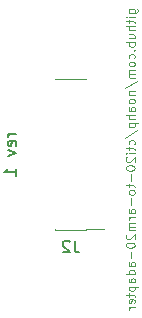
<source format=gbr>
%TF.GenerationSoftware,KiCad,Pcbnew,6.0.7-f9a2dced07~116~ubuntu22.04.1*%
%TF.CreationDate,2022-09-09T11:06:50-04:00*%
%TF.ProjectId,cti20-to-arm20-adapter,63746932-302d-4746-9f2d-61726d32302d,rev?*%
%TF.SameCoordinates,Original*%
%TF.FileFunction,Legend,Bot*%
%TF.FilePolarity,Positive*%
%FSLAX46Y46*%
G04 Gerber Fmt 4.6, Leading zero omitted, Abs format (unit mm)*
G04 Created by KiCad (PCBNEW 6.0.7-f9a2dced07~116~ubuntu22.04.1) date 2022-09-09 11:06:50*
%MOMM*%
%LPD*%
G01*
G04 APERTURE LIST*
%ADD10C,0.150000*%
%ADD11C,0.120000*%
G04 APERTURE END LIST*
D10*
X101544380Y-82081904D02*
X100877714Y-82081904D01*
X101068190Y-82081904D02*
X100972952Y-82129523D01*
X100925333Y-82177142D01*
X100877714Y-82272380D01*
X100877714Y-82367619D01*
X101496761Y-83081904D02*
X101544380Y-82986666D01*
X101544380Y-82796190D01*
X101496761Y-82700952D01*
X101401523Y-82653333D01*
X101020571Y-82653333D01*
X100925333Y-82700952D01*
X100877714Y-82796190D01*
X100877714Y-82986666D01*
X100925333Y-83081904D01*
X101020571Y-83129523D01*
X101115809Y-83129523D01*
X101211047Y-82653333D01*
X100877714Y-83462857D02*
X101544380Y-83700952D01*
X100877714Y-83939047D01*
X101544380Y-85605714D02*
X101544380Y-85034285D01*
X101544380Y-85320000D02*
X100544380Y-85320000D01*
X100687238Y-85224761D01*
X100782476Y-85129523D01*
X100830095Y-85034285D01*
D11*
X111091285Y-71825000D02*
X111698428Y-71825000D01*
X111769857Y-71789285D01*
X111805571Y-71753571D01*
X111841285Y-71682142D01*
X111841285Y-71575000D01*
X111805571Y-71503571D01*
X111555571Y-71825000D02*
X111591285Y-71753571D01*
X111591285Y-71610714D01*
X111555571Y-71539285D01*
X111519857Y-71503571D01*
X111448428Y-71467857D01*
X111234142Y-71467857D01*
X111162714Y-71503571D01*
X111127000Y-71539285D01*
X111091285Y-71610714D01*
X111091285Y-71753571D01*
X111127000Y-71825000D01*
X111591285Y-72182142D02*
X111091285Y-72182142D01*
X110841285Y-72182142D02*
X110877000Y-72146428D01*
X110912714Y-72182142D01*
X110877000Y-72217857D01*
X110841285Y-72182142D01*
X110912714Y-72182142D01*
X111091285Y-72432142D02*
X111091285Y-72717857D01*
X110841285Y-72539285D02*
X111484142Y-72539285D01*
X111555571Y-72575000D01*
X111591285Y-72646428D01*
X111591285Y-72717857D01*
X111591285Y-72967857D02*
X110841285Y-72967857D01*
X111591285Y-73289285D02*
X111198428Y-73289285D01*
X111127000Y-73253571D01*
X111091285Y-73182142D01*
X111091285Y-73075000D01*
X111127000Y-73003571D01*
X111162714Y-72967857D01*
X111091285Y-73967857D02*
X111591285Y-73967857D01*
X111091285Y-73646428D02*
X111484142Y-73646428D01*
X111555571Y-73682142D01*
X111591285Y-73753571D01*
X111591285Y-73860714D01*
X111555571Y-73932142D01*
X111519857Y-73967857D01*
X111591285Y-74325000D02*
X110841285Y-74325000D01*
X111127000Y-74325000D02*
X111091285Y-74396428D01*
X111091285Y-74539285D01*
X111127000Y-74610714D01*
X111162714Y-74646428D01*
X111234142Y-74682142D01*
X111448428Y-74682142D01*
X111519857Y-74646428D01*
X111555571Y-74610714D01*
X111591285Y-74539285D01*
X111591285Y-74396428D01*
X111555571Y-74325000D01*
X111519857Y-75003571D02*
X111555571Y-75039285D01*
X111591285Y-75003571D01*
X111555571Y-74967857D01*
X111519857Y-75003571D01*
X111591285Y-75003571D01*
X111555571Y-75682142D02*
X111591285Y-75610714D01*
X111591285Y-75467857D01*
X111555571Y-75396428D01*
X111519857Y-75360714D01*
X111448428Y-75325000D01*
X111234142Y-75325000D01*
X111162714Y-75360714D01*
X111127000Y-75396428D01*
X111091285Y-75467857D01*
X111091285Y-75610714D01*
X111127000Y-75682142D01*
X111591285Y-76110714D02*
X111555571Y-76039285D01*
X111519857Y-76003571D01*
X111448428Y-75967857D01*
X111234142Y-75967857D01*
X111162714Y-76003571D01*
X111127000Y-76039285D01*
X111091285Y-76110714D01*
X111091285Y-76217857D01*
X111127000Y-76289285D01*
X111162714Y-76325000D01*
X111234142Y-76360714D01*
X111448428Y-76360714D01*
X111519857Y-76325000D01*
X111555571Y-76289285D01*
X111591285Y-76217857D01*
X111591285Y-76110714D01*
X111591285Y-76682142D02*
X111091285Y-76682142D01*
X111162714Y-76682142D02*
X111127000Y-76717857D01*
X111091285Y-76789285D01*
X111091285Y-76896428D01*
X111127000Y-76967857D01*
X111198428Y-77003571D01*
X111591285Y-77003571D01*
X111198428Y-77003571D02*
X111127000Y-77039285D01*
X111091285Y-77110714D01*
X111091285Y-77217857D01*
X111127000Y-77289285D01*
X111198428Y-77325000D01*
X111591285Y-77325000D01*
X110805571Y-78217857D02*
X111769857Y-77575000D01*
X111091285Y-78467857D02*
X111591285Y-78467857D01*
X111162714Y-78467857D02*
X111127000Y-78503571D01*
X111091285Y-78575000D01*
X111091285Y-78682142D01*
X111127000Y-78753571D01*
X111198428Y-78789285D01*
X111591285Y-78789285D01*
X111591285Y-79253571D02*
X111555571Y-79182142D01*
X111519857Y-79146428D01*
X111448428Y-79110714D01*
X111234142Y-79110714D01*
X111162714Y-79146428D01*
X111127000Y-79182142D01*
X111091285Y-79253571D01*
X111091285Y-79360714D01*
X111127000Y-79432142D01*
X111162714Y-79467857D01*
X111234142Y-79503571D01*
X111448428Y-79503571D01*
X111519857Y-79467857D01*
X111555571Y-79432142D01*
X111591285Y-79360714D01*
X111591285Y-79253571D01*
X111591285Y-80146428D02*
X111198428Y-80146428D01*
X111127000Y-80110714D01*
X111091285Y-80039285D01*
X111091285Y-79896428D01*
X111127000Y-79825000D01*
X111555571Y-80146428D02*
X111591285Y-80075000D01*
X111591285Y-79896428D01*
X111555571Y-79825000D01*
X111484142Y-79789285D01*
X111412714Y-79789285D01*
X111341285Y-79825000D01*
X111305571Y-79896428D01*
X111305571Y-80075000D01*
X111269857Y-80146428D01*
X111591285Y-80503571D02*
X110841285Y-80503571D01*
X111591285Y-80825000D02*
X111198428Y-80825000D01*
X111127000Y-80789285D01*
X111091285Y-80717857D01*
X111091285Y-80610714D01*
X111127000Y-80539285D01*
X111162714Y-80503571D01*
X111091285Y-81182142D02*
X111841285Y-81182142D01*
X111127000Y-81182142D02*
X111091285Y-81253571D01*
X111091285Y-81396428D01*
X111127000Y-81467857D01*
X111162714Y-81503571D01*
X111234142Y-81539285D01*
X111448428Y-81539285D01*
X111519857Y-81503571D01*
X111555571Y-81467857D01*
X111591285Y-81396428D01*
X111591285Y-81253571D01*
X111555571Y-81182142D01*
X110805571Y-82396428D02*
X111769857Y-81753571D01*
X111555571Y-82967857D02*
X111591285Y-82896428D01*
X111591285Y-82753571D01*
X111555571Y-82682142D01*
X111519857Y-82646428D01*
X111448428Y-82610714D01*
X111234142Y-82610714D01*
X111162714Y-82646428D01*
X111127000Y-82682142D01*
X111091285Y-82753571D01*
X111091285Y-82896428D01*
X111127000Y-82967857D01*
X111091285Y-83182142D02*
X111091285Y-83467857D01*
X110841285Y-83289285D02*
X111484142Y-83289285D01*
X111555571Y-83325000D01*
X111591285Y-83396428D01*
X111591285Y-83467857D01*
X111591285Y-83717857D02*
X111091285Y-83717857D01*
X110841285Y-83717857D02*
X110877000Y-83682142D01*
X110912714Y-83717857D01*
X110877000Y-83753571D01*
X110841285Y-83717857D01*
X110912714Y-83717857D01*
X110912714Y-84039285D02*
X110877000Y-84075000D01*
X110841285Y-84146428D01*
X110841285Y-84325000D01*
X110877000Y-84396428D01*
X110912714Y-84432142D01*
X110984142Y-84467857D01*
X111055571Y-84467857D01*
X111162714Y-84432142D01*
X111591285Y-84003571D01*
X111591285Y-84467857D01*
X110841285Y-84932142D02*
X110841285Y-85003571D01*
X110877000Y-85075000D01*
X110912714Y-85110714D01*
X110984142Y-85146428D01*
X111127000Y-85182142D01*
X111305571Y-85182142D01*
X111448428Y-85146428D01*
X111519857Y-85110714D01*
X111555571Y-85075000D01*
X111591285Y-85003571D01*
X111591285Y-84932142D01*
X111555571Y-84860714D01*
X111519857Y-84825000D01*
X111448428Y-84789285D01*
X111305571Y-84753571D01*
X111127000Y-84753571D01*
X110984142Y-84789285D01*
X110912714Y-84825000D01*
X110877000Y-84860714D01*
X110841285Y-84932142D01*
X111305571Y-85503571D02*
X111305571Y-86075000D01*
X111091285Y-86325000D02*
X111091285Y-86610714D01*
X110841285Y-86432142D02*
X111484142Y-86432142D01*
X111555571Y-86467857D01*
X111591285Y-86539285D01*
X111591285Y-86610714D01*
X111591285Y-86967857D02*
X111555571Y-86896428D01*
X111519857Y-86860714D01*
X111448428Y-86825000D01*
X111234142Y-86825000D01*
X111162714Y-86860714D01*
X111127000Y-86896428D01*
X111091285Y-86967857D01*
X111091285Y-87075000D01*
X111127000Y-87146428D01*
X111162714Y-87182142D01*
X111234142Y-87217857D01*
X111448428Y-87217857D01*
X111519857Y-87182142D01*
X111555571Y-87146428D01*
X111591285Y-87075000D01*
X111591285Y-86967857D01*
X111305571Y-87539285D02*
X111305571Y-88110714D01*
X111591285Y-88789285D02*
X111198428Y-88789285D01*
X111127000Y-88753571D01*
X111091285Y-88682142D01*
X111091285Y-88539285D01*
X111127000Y-88467857D01*
X111555571Y-88789285D02*
X111591285Y-88717857D01*
X111591285Y-88539285D01*
X111555571Y-88467857D01*
X111484142Y-88432142D01*
X111412714Y-88432142D01*
X111341285Y-88467857D01*
X111305571Y-88539285D01*
X111305571Y-88717857D01*
X111269857Y-88789285D01*
X111591285Y-89146428D02*
X111091285Y-89146428D01*
X111234142Y-89146428D02*
X111162714Y-89182142D01*
X111127000Y-89217857D01*
X111091285Y-89289285D01*
X111091285Y-89360714D01*
X111591285Y-89610714D02*
X111091285Y-89610714D01*
X111162714Y-89610714D02*
X111127000Y-89646428D01*
X111091285Y-89717857D01*
X111091285Y-89825000D01*
X111127000Y-89896428D01*
X111198428Y-89932142D01*
X111591285Y-89932142D01*
X111198428Y-89932142D02*
X111127000Y-89967857D01*
X111091285Y-90039285D01*
X111091285Y-90146428D01*
X111127000Y-90217857D01*
X111198428Y-90253571D01*
X111591285Y-90253571D01*
X110912714Y-90575000D02*
X110877000Y-90610714D01*
X110841285Y-90682142D01*
X110841285Y-90860714D01*
X110877000Y-90932142D01*
X110912714Y-90967857D01*
X110984142Y-91003571D01*
X111055571Y-91003571D01*
X111162714Y-90967857D01*
X111591285Y-90539285D01*
X111591285Y-91003571D01*
X110841285Y-91467857D02*
X110841285Y-91539285D01*
X110877000Y-91610714D01*
X110912714Y-91646428D01*
X110984142Y-91682142D01*
X111127000Y-91717857D01*
X111305571Y-91717857D01*
X111448428Y-91682142D01*
X111519857Y-91646428D01*
X111555571Y-91610714D01*
X111591285Y-91539285D01*
X111591285Y-91467857D01*
X111555571Y-91396428D01*
X111519857Y-91360714D01*
X111448428Y-91325000D01*
X111305571Y-91289285D01*
X111127000Y-91289285D01*
X110984142Y-91325000D01*
X110912714Y-91360714D01*
X110877000Y-91396428D01*
X110841285Y-91467857D01*
X111305571Y-92039285D02*
X111305571Y-92610714D01*
X111591285Y-93289285D02*
X111198428Y-93289285D01*
X111127000Y-93253571D01*
X111091285Y-93182142D01*
X111091285Y-93039285D01*
X111127000Y-92967857D01*
X111555571Y-93289285D02*
X111591285Y-93217857D01*
X111591285Y-93039285D01*
X111555571Y-92967857D01*
X111484142Y-92932142D01*
X111412714Y-92932142D01*
X111341285Y-92967857D01*
X111305571Y-93039285D01*
X111305571Y-93217857D01*
X111269857Y-93289285D01*
X111591285Y-93967857D02*
X110841285Y-93967857D01*
X111555571Y-93967857D02*
X111591285Y-93896428D01*
X111591285Y-93753571D01*
X111555571Y-93682142D01*
X111519857Y-93646428D01*
X111448428Y-93610714D01*
X111234142Y-93610714D01*
X111162714Y-93646428D01*
X111127000Y-93682142D01*
X111091285Y-93753571D01*
X111091285Y-93896428D01*
X111127000Y-93967857D01*
X111591285Y-94646428D02*
X111198428Y-94646428D01*
X111127000Y-94610714D01*
X111091285Y-94539285D01*
X111091285Y-94396428D01*
X111127000Y-94325000D01*
X111555571Y-94646428D02*
X111591285Y-94575000D01*
X111591285Y-94396428D01*
X111555571Y-94325000D01*
X111484142Y-94289285D01*
X111412714Y-94289285D01*
X111341285Y-94325000D01*
X111305571Y-94396428D01*
X111305571Y-94575000D01*
X111269857Y-94646428D01*
X111091285Y-95003571D02*
X111841285Y-95003571D01*
X111127000Y-95003571D02*
X111091285Y-95075000D01*
X111091285Y-95217857D01*
X111127000Y-95289285D01*
X111162714Y-95325000D01*
X111234142Y-95360714D01*
X111448428Y-95360714D01*
X111519857Y-95325000D01*
X111555571Y-95289285D01*
X111591285Y-95217857D01*
X111591285Y-95075000D01*
X111555571Y-95003571D01*
X111091285Y-95575000D02*
X111091285Y-95860714D01*
X110841285Y-95682142D02*
X111484142Y-95682142D01*
X111555571Y-95717857D01*
X111591285Y-95789285D01*
X111591285Y-95860714D01*
X111555571Y-96396428D02*
X111591285Y-96325000D01*
X111591285Y-96182142D01*
X111555571Y-96110714D01*
X111484142Y-96075000D01*
X111198428Y-96075000D01*
X111127000Y-96110714D01*
X111091285Y-96182142D01*
X111091285Y-96325000D01*
X111127000Y-96396428D01*
X111198428Y-96432142D01*
X111269857Y-96432142D01*
X111341285Y-96075000D01*
X111591285Y-96753571D02*
X111091285Y-96753571D01*
X111234142Y-96753571D02*
X111162714Y-96789285D01*
X111127000Y-96825000D01*
X111091285Y-96896428D01*
X111091285Y-96967857D01*
D10*
%TO.C,J2*%
X106505333Y-91122380D02*
X106505333Y-91836666D01*
X106552952Y-91979523D01*
X106648190Y-92074761D01*
X106791047Y-92122380D01*
X106886285Y-92122380D01*
X106076761Y-91217619D02*
X106029142Y-91170000D01*
X105933904Y-91122380D01*
X105695809Y-91122380D01*
X105600571Y-91170000D01*
X105552952Y-91217619D01*
X105505333Y-91312857D01*
X105505333Y-91408095D01*
X105552952Y-91550952D01*
X106124380Y-92122380D01*
X105505333Y-92122380D01*
D11*
X104842000Y-90230000D02*
X104842000Y-90170000D01*
X104842000Y-90230000D02*
X107502000Y-90230000D01*
X104842000Y-77410000D02*
X107502000Y-77410000D01*
X107502000Y-77470000D02*
X107502000Y-77410000D01*
X104842000Y-77470000D02*
X104842000Y-77410000D01*
X107502000Y-90230000D02*
X107502000Y-90170000D01*
X107502000Y-90170000D02*
X108962000Y-90170000D01*
%TD*%
M02*

</source>
